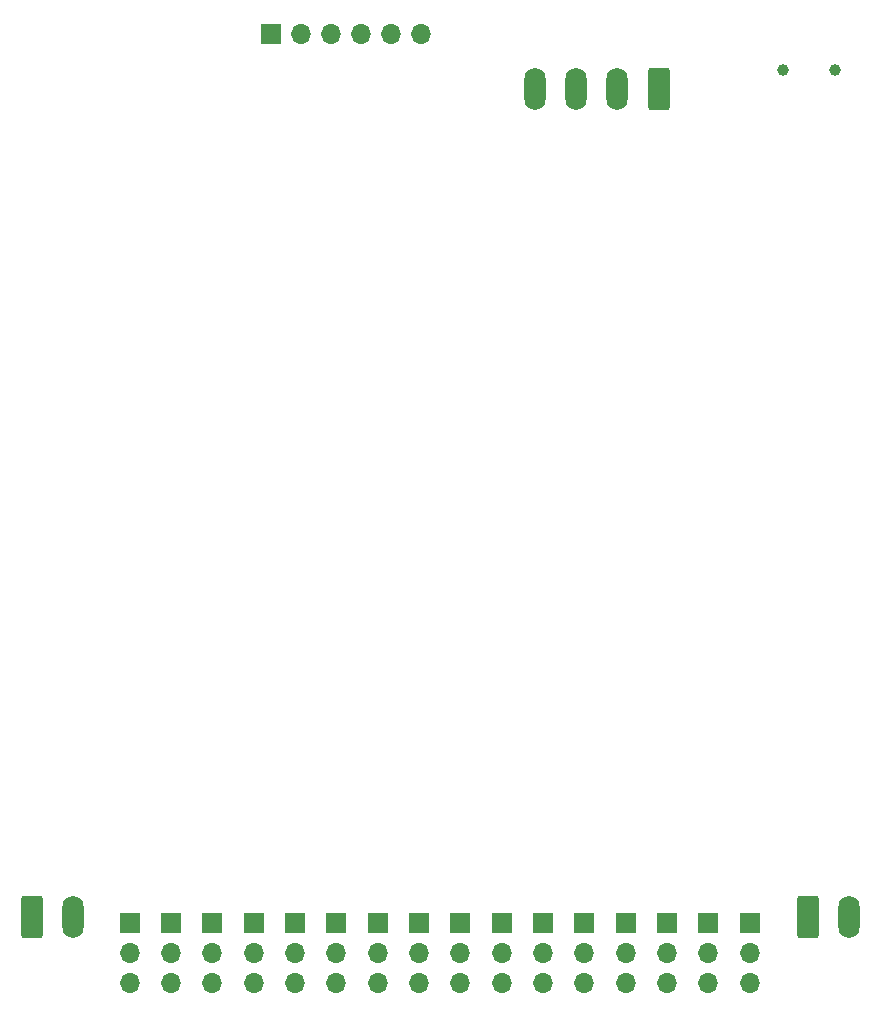
<source format=gbr>
%TF.GenerationSoftware,KiCad,Pcbnew,8.0.2*%
%TF.CreationDate,2024-12-02T21:08:37+01:00*%
%TF.ProjectId,servoDecoderInCabinet,73657276-6f44-4656-936f-646572496e43,rev?*%
%TF.SameCoordinates,Original*%
%TF.FileFunction,Soldermask,Bot*%
%TF.FilePolarity,Negative*%
%FSLAX46Y46*%
G04 Gerber Fmt 4.6, Leading zero omitted, Abs format (unit mm)*
G04 Created by KiCad (PCBNEW 8.0.2) date 2024-12-02 21:08:37*
%MOMM*%
%LPD*%
G01*
G04 APERTURE LIST*
G04 Aperture macros list*
%AMRoundRect*
0 Rectangle with rounded corners*
0 $1 Rounding radius*
0 $2 $3 $4 $5 $6 $7 $8 $9 X,Y pos of 4 corners*
0 Add a 4 corners polygon primitive as box body*
4,1,4,$2,$3,$4,$5,$6,$7,$8,$9,$2,$3,0*
0 Add four circle primitives for the rounded corners*
1,1,$1+$1,$2,$3*
1,1,$1+$1,$4,$5*
1,1,$1+$1,$6,$7*
1,1,$1+$1,$8,$9*
0 Add four rect primitives between the rounded corners*
20,1,$1+$1,$2,$3,$4,$5,0*
20,1,$1+$1,$4,$5,$6,$7,0*
20,1,$1+$1,$6,$7,$8,$9,0*
20,1,$1+$1,$8,$9,$2,$3,0*%
G04 Aperture macros list end*
%ADD10RoundRect,0.250000X-0.650000X-1.550000X0.650000X-1.550000X0.650000X1.550000X-0.650000X1.550000X0*%
%ADD11O,1.800000X3.600000*%
%ADD12R,1.700000X1.700000*%
%ADD13O,1.700000X1.700000*%
%ADD14C,1.000000*%
%ADD15RoundRect,0.250000X0.650000X1.550000X-0.650000X1.550000X-0.650000X-1.550000X0.650000X-1.550000X0*%
G04 APERTURE END LIST*
D10*
%TO.C,J501*%
X238790000Y-117659500D03*
D11*
X242290000Y-117659500D03*
%TD*%
D12*
%TO.C,J2101*%
X226878000Y-118116000D03*
D13*
X226878000Y-120656000D03*
X226878000Y-123196000D03*
%TD*%
D12*
%TO.C,J1601*%
X209378000Y-118116000D03*
D13*
X209378000Y-120656000D03*
X209378000Y-123196000D03*
%TD*%
D12*
%TO.C,J1501*%
X205878000Y-118116000D03*
D13*
X205878000Y-120656000D03*
X205878000Y-123196000D03*
%TD*%
D12*
%TO.C,J201*%
X193324000Y-42868000D03*
D13*
X195864000Y-42868000D03*
X198404000Y-42868000D03*
X200944000Y-42868000D03*
X203484000Y-42868000D03*
X206024000Y-42868000D03*
%TD*%
D12*
%TO.C,J701*%
X188378000Y-118116000D03*
D13*
X188378000Y-120656000D03*
X188378000Y-123196000D03*
%TD*%
D12*
%TO.C,J1001*%
X195378000Y-118116000D03*
D13*
X195378000Y-120656000D03*
X195378000Y-123196000D03*
%TD*%
D12*
%TO.C,J1701*%
X212878000Y-118116000D03*
D13*
X212878000Y-120656000D03*
X212878000Y-123196000D03*
%TD*%
D12*
%TO.C,J601*%
X184878000Y-118116000D03*
D13*
X184878000Y-120656000D03*
X184878000Y-123196000D03*
%TD*%
D12*
%TO.C,J1901*%
X219878000Y-118116000D03*
D13*
X219878000Y-120656000D03*
X219878000Y-123196000D03*
%TD*%
D10*
%TO.C,J1101*%
X173075000Y-117659500D03*
D11*
X176575000Y-117659500D03*
%TD*%
D12*
%TO.C,J2001*%
X223378000Y-118116000D03*
D13*
X223378000Y-120656000D03*
X223378000Y-123196000D03*
%TD*%
D12*
%TO.C,J801*%
X181378000Y-118116000D03*
D13*
X181378000Y-120656000D03*
X181378000Y-123196000D03*
%TD*%
D12*
%TO.C,J2201*%
X230378000Y-118116000D03*
D13*
X230378000Y-120656000D03*
X230378000Y-123196000D03*
%TD*%
D14*
%TO.C,J702*%
X241095500Y-45887500D03*
X236695500Y-45887500D03*
%TD*%
D12*
%TO.C,J901*%
X191878000Y-118116000D03*
D13*
X191878000Y-120656000D03*
X191878000Y-123196000D03*
%TD*%
D12*
%TO.C,J1401*%
X202378000Y-118116000D03*
D13*
X202378000Y-120656000D03*
X202378000Y-123196000D03*
%TD*%
D12*
%TO.C,J1301*%
X198878000Y-118116000D03*
D13*
X198878000Y-120656000D03*
X198878000Y-123196000D03*
%TD*%
D12*
%TO.C,J2301*%
X233878000Y-118116000D03*
D13*
X233878000Y-120656000D03*
X233878000Y-123196000D03*
%TD*%
D12*
%TO.C,J1801*%
X216378000Y-118116000D03*
D13*
X216378000Y-120656000D03*
X216378000Y-123196000D03*
%TD*%
D15*
%TO.C,J101*%
X226176000Y-47567000D03*
D11*
X222676000Y-47567000D03*
X219176000Y-47567000D03*
X215676000Y-47567000D03*
%TD*%
M02*

</source>
